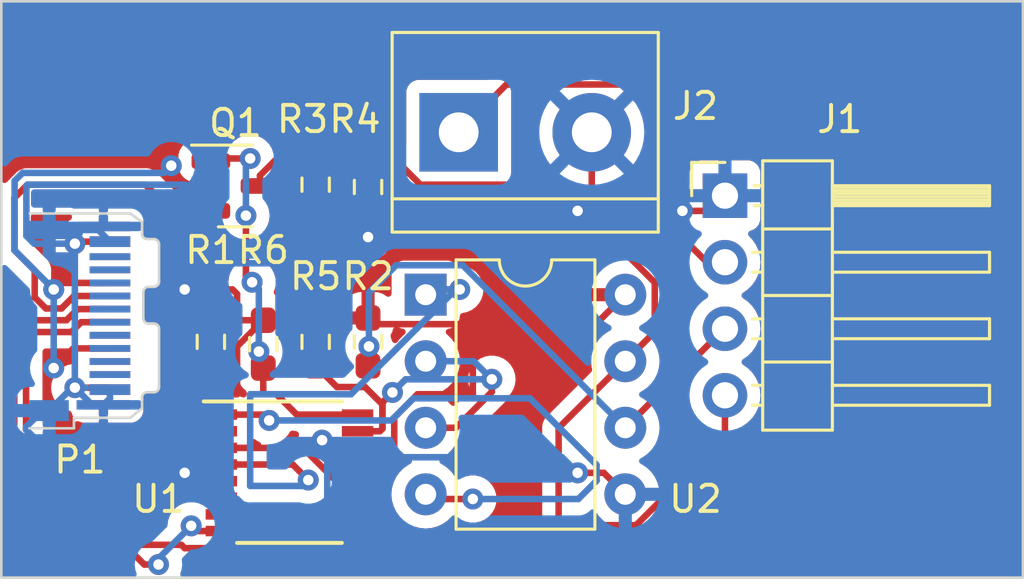
<source format=kicad_pcb>
(kicad_pcb (version 20221018) (generator pcbnew)
  (layers (0 "F.Cu" signal) (31 "B.Cu" signal) (34 "B.Paste" user) (35 "F.Paste" user) (36 "B.SilkS" user "B.Silkscreen") (37 "F.SilkS" user "F.Silkscreen") (38 "B.Mask" user) (39 "F.Mask" user) (44 "Edge.Cuts" user))
  (net 0 "")
  (net 1 "Net-(J1-Pin_2)")
  (net 2 "GND")
  (net 3 "Net-(P1-CC)")
  (net 4 "Net-(J1-Pin_3)")
  (net 5 "VCC")
  (net 6 "Net-(J1-Pin_4)")
  (net 7 "Net-(Q1-D)")
  (net 8 "Net-(U1-CBUS0)")
  (net 9 "/~{EN_4PIN}")
  (net 10 "Net-(U1-TXD)")
  (net 12 "Net-(U1-RXD)")
  (net 14 "/LED_RX")
  (net 15 "Net-(P1-D+)")
  (net 16 "Net-(P1-D-)")
  (net 19 "/LED_TX")
  (footprint "TerminalBlock:TerminalBlock_bornier-2_P5.08mm" (layer "F.Cu") (at 123.46 70)
    (fp_text reference "J2" (at 9.04 -1) (layer "F.SilkS"))
    (fp_text value "Screw_Terminal_01x02")
    (fp_line (start -2.54 -3.81) (end -2.54 3.81) (stroke (width 0.12)) (layer "F.SilkS"))
    (fp_line (start -2.54 3.81) (end 7.62 3.81) (stroke (width 0.12)) (layer "F.SilkS"))
    (fp_line (start 7.62 -3.81) (end -2.54 -3.81) (stroke (width 0.12)) (layer "F.SilkS"))
    (fp_line (start 7.62 2.54) (end -2.54 2.54) (stroke (width 0.12)) (layer "F.SilkS"))
    (fp_line (start 7.62 3.81) (end 7.62 -3.81) (stroke (width 0.12)) (layer "F.SilkS"))
    (pad "1" thru_hole rect (at 0 0) (size 3 3) (drill 1.52) (layers "*.Cu" "*.Mask") (net 1 "Net-(J1-Pin_2)"))
    (pad "2" thru_hole circle (at 5.08 0) (size 3 3) (drill 1.52) (layers "*.Cu" "*.Mask") (net 2 "GND"))
  )
  (footprint "Connector_PinHeader_2.54mm:PinHeader_1x04_P2.54mm_Horizontal" (layer "F.Cu") (at 133.625 72.42)
    (fp_text reference "J1" (at 4.385 -2.92) (layer "F.SilkS"))
    (fp_text value "Conn_01x04_Pin")
    (fp_line (start -1.27 -1.27) (end 0 -1.27) (stroke (width 0.12)) (layer "F.SilkS"))
    (fp_line (start -1.27 0) (end -1.27 -1.27) (stroke (width 0.12)) (layer "F.SilkS"))
    (fp_line (start 1.042929 2.16) (end 1.44 2.16) (stroke (width 0.12)) (layer "F.SilkS"))
    (fp_line (start 1.042929 2.92) (end 1.44 2.92) (stroke (width 0.12)) (layer "F.SilkS"))
    (fp_line (start 1.042929 4.7) (end 1.44 4.7) (stroke (width 0.12)) (layer "F.SilkS"))
    (fp_line (start 1.042929 5.46) (end 1.44 5.46) (stroke (width 0.12)) (layer "F.SilkS"))
    (fp_line (start 1.042929 7.24) (end 1.44 7.24) (stroke (width 0.12)) (layer "F.SilkS"))
    (fp_line (start 1.042929 8) (end 1.44 8) (stroke (width 0.12)) (layer "F.SilkS"))
    (fp_line (start 1.11 -0.38) (end 1.44 -0.38) (stroke (width 0.12)) (layer "F.SilkS"))
    (fp_line (start 1.11 0.38) (end 1.44 0.38) (stroke (width 0.12)) (layer "F.SilkS"))
    (fp_line (start 1.44 -1.33) (end 1.44 8.95) (stroke (width 0.12)) (layer "F.SilkS"))
    (fp_line (start 1.44 1.27) (end 4.1 1.27) (stroke (width 0.12)) (layer "F.SilkS"))
    (fp_line (start 1.44 3.81) (end 4.1 3.81) (stroke (width 0.12)) (layer "F.SilkS"))
    (fp_line (start 1.44 6.35) (end 4.1 6.35) (stroke (width 0.12)) (layer "F.SilkS"))
    (fp_line (start 1.44 8.95) (end 4.1 8.95) (stroke (width 0.12)) (layer "F.SilkS"))
    (fp_line (start 4.1 -1.33) (end 1.44 -1.33) (stroke (width 0.12)) (layer "F.SilkS"))
    (fp_line (start 4.1 -0.38) (end 10.1 -0.38) (stroke (width 0.12)) (layer "F.SilkS"))
    (fp_line (start 4.1 -0.32) (end 10.1 -0.32) (stroke (width 0.12)) (layer "F.SilkS"))
    (fp_line (start 4.1 -0.2) (end 10.1 -0.2) (stroke (width 0.12)) (layer "F.SilkS"))
    (fp_line (start 4.1 -0.08) (end 10.1 -0.08) (stroke (width 0.12)) (layer "F.SilkS"))
    (fp_line (start 4.1 0.04) (end 10.1 0.04) (stroke (width 0.12)) (layer "F.SilkS"))
    (fp_line (start 4.1 0.16) (end 10.1 0.16) (stroke (width 0.12)) (layer "F.SilkS"))
    (fp_line (start 4.1 0.28) (end 10.1 0.28) (stroke (width 0.12)) (layer "F.SilkS"))
    (fp_line (start 4.1 2.16) (end 10.1 2.16) (stroke (width 0.12)) (layer "F.SilkS"))
    (fp_line (start 4.1 4.7) (end 10.1 4.7) (stroke (width 0.12)) (layer "F.SilkS"))
    (fp_line (start 4.1 7.24) (end 10.1 7.24) (stroke (width 0.12)) (layer "F.SilkS"))
    (fp_line (start 4.1 8.95) (end 4.1 -1.33) (stroke (width 0.12)) (layer "F.SilkS"))
    (fp_line (start 10.1 -0.38) (end 10.1 0.38) (stroke (width 0.12)) (layer "F.SilkS"))
    (fp_line (start 10.1 0.38) (end 4.1 0.38) (stroke (width 0.12)) (layer "F.SilkS"))
    (fp_line (start 10.1 2.16) (end 10.1 2.92) (stroke (width 0.12)) (layer "F.SilkS"))
    (fp_line (start 10.1 2.92) (end 4.1 2.92) (stroke (width 0.12)) (layer "F.SilkS"))
    (fp_line (start 10.1 4.7) (end 10.1 5.46) (stroke (width 0.12)) (layer "F.SilkS"))
    (fp_line (start 10.1 5.46) (end 4.1 5.46) (stroke (width 0.12)) (layer "F.SilkS"))
    (fp_line (start 10.1 7.24) (end 10.1 8) (stroke (width 0.12)) (layer "F.SilkS"))
    (fp_line (start 10.1 8) (end 4.1 8) (stroke (width 0.12)) (layer "F.SilkS"))
    (pad "1" thru_hole rect (at 0 0) (size 1.7 1.7) (drill 1) (layers "*.Cu" "*.Mask") (net 2 "GND"))
    (pad "2" thru_hole oval (at 0 2.54) (size 1.7 1.7) (drill 1) (layers "*.Cu" "*.Mask") (net 1 "Net-(J1-Pin_2)"))
    (pad "3" thru_hole oval (at 0 5.08) (size 1.7 1.7) (drill 1) (layers "*.Cu" "*.Mask") (net 4 "Net-(J1-Pin_3)"))
    (pad "4" thru_hole oval (at 0 7.62) (size 1.7 1.7) (drill 1) (layers "*.Cu" "*.Mask") (net 6 "Net-(J1-Pin_4)"))
  )
  (footprint "Resistor_SMD:R_0603_1608Metric_Pad0.98x0.95mm_HandSolder" (layer "F.Cu") (at 120 72.0875 90)
    (fp_text reference "R4" (at 2.5875 -0.5 180) (layer "F.SilkS"))
    (fp_text value "5.1k")
    (fp_line (start -0.254724 -0.5225) (end 0.254724 -0.5225) (stroke (width 0.12)) (layer "F.SilkS"))
    (fp_line (start -0.254724 0.5225) (end 0.254724 0.5225) (stroke (width 0.12)) (layer "F.SilkS"))
    (pad "1" smd roundrect (at -0.9125 0 90) (size 0.975 0.95) (layers "F.Cu" "F.Paste" "F.Mask") (net 2 "GND"))
    (pad "2" smd roundrect (at 0.9125 0 90) (size 0.975 0.95) (layers "F.Cu" "F.Paste" "F.Mask") (net 6 "Net-(J1-Pin_4)"))
  )
  (footprint "Connector_USB:USB_C_Plug_JAE_DX07P024AJ1" (layer "F.Cu") (at 109 77 90)
    (fp_text reference "P1" (at -5.5 0 180) (layer "F.SilkS"))
    (fp_text value "USB_C_Plug_USB2.0")
    (fp_line (start -4.3 -1.93) (end -4.3 -0.2275) (stroke (width 0.1)) (layer "Edge.Cuts"))
    (fp_line (start -4.3 -0.2275) (end -3.9 -0.2275) (stroke (width 0.1)) (layer "Edge.Cuts"))
    (fp_line (start -3.9 1.9225) (end -3.9 -0.2275) (stroke (width 0.1)) (layer "Edge.Cuts"))
    (fp_line (start -3.53 2.3725) (end -3.9 1.9225) (stroke (width 0.1)) (layer "Edge.Cuts"))
    (fp_line (start -3.125 2.3725) (end -3.53 2.3725) (stroke (width 0.1)) (layer "Edge.Cuts"))
    (fp_line (start -2.925 2.8225) (end -2.925 2.5725) (stroke (width 0.1)) (layer "Edge.Cuts"))
    (fp_line (start -0.5 3.0225) (end -2.725 3.0225) (stroke (width 0.1)) (layer "Edge.Cuts"))
    (fp_line (start -0.3 2.6225) (end -0.3 2.8225) (stroke (width 0.1)) (layer "Edge.Cuts"))
    (fp_line (start -0.1 2.4225) (end 0.9 2.4225) (stroke (width 0.1)) (layer "Edge.Cuts"))
    (fp_line (start 1.1 2.8225) (end 1.1 2.6225) (stroke (width 0.1)) (layer "Edge.Cuts"))
    (fp_line (start 1.3 3.0225) (end 2.725 3.0225) (stroke (width 0.1)) (layer "Edge.Cuts"))
    (fp_line (start 2.925 2.8225) (end 2.925 2.5725) (stroke (width 0.1)) (layer "Edge.Cuts"))
    (fp_line (start 3.125 2.3725) (end 3.575 2.3725) (stroke (width 0.1)) (layer "Edge.Cuts"))
    (fp_line (start 3.575 2.3725) (end 3.9 1.9225) (stroke (width 0.1)) (layer "Edge.Cuts"))
    (fp_line (start 3.9 1.9225) (end 3.9 -1.9175) (stroke (width 0.1)) (layer "Edge.Cuts"))
    (fp_arc (start -3.125 2.3725) (mid -2.983579 2.431079) (end -2.925 2.5725) (stroke (width 0.1)) (layer "Edge.Cuts"))
    (fp_arc (start -2.725 3.0225) (mid -2.866421 2.963921) (end -2.925 2.8225) (stroke (width 0.1)) (layer "Edge.Cuts"))
    (fp_arc (start -0.3 2.6225) (mid -0.241421 2.481079) (end -0.1 2.4225) (stroke (width 0.1)) (layer "Edge.Cuts"))
    (fp_arc (start -0.3 2.8225) (mid -0.358579 2.963921) (end -0.5 3.0225) (stroke (width 0.1)) (layer "Edge.Cuts"))
    (fp_arc (start 0.9 2.4225) (mid 1.041421 2.481079) (end 1.1 2.6225) (stroke (width 0.1)) (layer "Edge.Cuts"))
    (fp_arc (start 1.3 3.0225) (mid 1.158579 2.963921) (end 1.1 2.8225) (stroke (width 0.1)) (layer "Edge.Cuts"))
    (fp_arc (start 2.925 2.5725) (mid 2.983579 2.431079) (end 3.125 2.3725) (stroke (width 0.1)) (layer "Edge.Cuts"))
    (fp_arc (start 2.925 2.8225) (mid 2.866421 2.963921) (end 2.725 3.0225) (stroke (width 0.1)) (layer "Edge.Cuts"))
    (pad "" smd rect (at -3.405 1.0475 90) (size 0.36 1.75) (layers "F.Cu" "F.Mask"))
    (pad "" smd rect (at 3.405 1.0475 90) (size 0.36 1.75) (layers "F.Cu" "F.Mask"))
    (pad "A1" smd rect (at 2.825 1.1475 90) (size 0.41 1.55) (layers "F.Cu" "F.Paste" "F.Mask") (net 2 "GND"))
    (pad "A2" smd rect (at 2.25 1.1475 90) (size 0.26 1.55) (layers "F.Cu" "F.Paste" "F.Mask"))
    (pad "A3" smd rect (at 1.75 1.1475 90) (size 0.26 1.55) (layers "F.Cu" "F.Paste" "F.Mask"))
    (pad "A4" smd rect (at 1.25 1.1475 90) (size 0.26 1.55) (layers "F.Cu" "F.Paste" "F.Mask") (net 5 "VCC"))
    (pad "A5" smd rect (at 0.75 1.1475 90) (size 0.26 1.55) (layers "F.Cu" "F.Paste" "F.Mask") (net 3 "Net-(P1-CC)"))
    (pad "A6" smd rect (at 0.25 1.1475 270) (size 0.26 1.55) (layers "F.Cu" "F.Paste" "F.Mask") (net 15 "Net-(P1-D+)"))
    (pad "A7" smd rect (at -0.25 1.1475 270) (size 0.26 1.55) (layers "F.Cu" "F.Paste" "F.Mask") (net 16 "Net-(P1-D-)"))
    (pad "A8" smd rect (at -0.75 1.1475 90) (size 0.26 1.55) (layers "F.Cu" "F.Paste" "F.Mask"))
    (pad "A9" smd rect (at -1.25 1.1475 90) (size 0.26 1.55) (layers "F.Cu" "F.Paste" "F.Mask") (net 5 "VCC"))
    (pad "A10" smd rect (at -1.75 1.1475 90) (size 0.26 1.55) (layers "F.Cu" "F.Paste" "F.Mask"))
    (pad "A11" smd rect (at -2.25 1.1475 90) (size 0.26 1.55) (layers "F.Cu" "F.Paste" "F.Mask"))
    (pad "A12" smd rect (at -2.825 1.1475 90) (size 0.41 1.55) (layers "F.Cu" "F.Paste" "F.Mask") (net 2 "GND"))
    (pad "B1" smd rect (at -2.825 1.1475 90) (size 0.41 1.55) (layers "B.Cu" "B.Paste" "B.Mask") (net 2 "GND"))
    (pad "B2" smd rect (at -2.25 1.1475 90) (size 0.26 1.55) (layers "B.Cu" "B.Paste" "B.Mask"))
    (pad "B3" smd rect (at -1.75 1.1475 90) (size 0.26 1.55) (layers "B.Cu" "B.Paste" "B.Mask"))
    (pad "B4" smd rect (at -1.25 1.1475 90) (size 0.26 1.55) (layers "B.Cu" "B.Paste" "B.Mask") (net 5 "VCC"))
    (pad "B5" smd rect (at -0.75 1.1475 90) (size 0.26 1.55) (layers "B.Cu" "B.Paste" "B.Mask"))
    (pad "B6" smd rect (at -0.25 1.1475 270) (size 0.26 1.55) (layers "B.Cu" "B.Paste" "B.Mask"))
    (pad "B7" smd rect (at 0.25 1.1475 90) (size 0.26 1.55) (layers "B.Cu" "B.Paste" "B.Mask"))
    (pad "B8" smd rect (at 0.75 1.1475 90) (size 0.26 1.55) (layers "B.Cu" "B.Paste" "B.Mask"))
    (pad "B9" smd rect (at 1.25 1.1475 90) (size 0.26 1.55) (layers "B.Cu" "B.Paste" "B.Mask") (net 5 "VCC"))
    (pad "B10" smd rect (at 1.75 1.1475 90) (size 0.26 1.55) (layers "B.Cu" "B.Paste" "B.Mask"))
    (pad "B11" smd rect (at 2.25 1.1475 90) (size 0.26 1.55) (layers "B.Cu" "B.Paste" "B.Mask"))
    (pad "B12" smd rect (at 2.825 1.1475 90) (size 0.41 1.55) (layers "B.Cu" "B.Paste" "B.Mask") (net 2 "GND"))
    (pad "S1" smd rect (at -3.625 -1.1725 90) (size 0.8 1.5) (layers "B.Cu" "B.Paste" "B.Mask") (net 2 "GND"))
    (pad "S1" smd rect (at -3.405 0.8975 90) (size 0.36 2.05) (layers "B.Cu" "B.Paste" "B.Mask") (net 2 "GND"))
    (pad "S1" smd rect (at 3.27 -1.1725 270) (size 0.7 1.5) (layers "B.Cu" "B.Paste" "B.Mask") (net 2 "GND"))
    (pad "S1" smd rect (at 3.405 0.8975 90) (size 0.36 2.05) (layers "B.Cu" "B.Paste" "B.Mask") (net 2 "GND"))
  )
  (footprint "Resistor_SMD:R_0603_1608Metric_Pad0.98x0.95mm_HandSolder" (layer "F.Cu") (at 116 78.0875 90)
    (fp_text reference "R6" (at 3.5875 0 180) (layer "F.SilkS"))
    (fp_text value "5.1k")
    (fp_line (start -0.254724 -0.5225) (end 0.254724 -0.5225) (stroke (width 0.12)) (layer "F.SilkS"))
    (fp_line (start -0.254724 0.5225) (end 0.254724 0.5225) (stroke (width 0.12)) (layer "F.SilkS"))
    (pad "1" smd roundrect (at -0.9125 0 90) (size 0.975 0.95) (layers "F.Cu" "F.Paste" "F.Mask") (net 9 "/~{EN_4PIN}"))
    (pad "2" smd roundrect (at 0.9125 0 90) (size 0.975 0.95) (layers "F.Cu" "F.Paste" "F.Mask") (net 5 "VCC"))
  )
  (footprint "Package_SO:SSOP-16_3.9x4.9mm_P0.635mm" (layer "F.Cu") (at 117 83)
    (fp_text reference "U1" (at -5 1) (layer "F.SilkS"))
    (fp_text value "FT230XS")
    (fp_line (start -3.275 -2.725) (end 2 -2.725) (stroke (width 0.15)) (layer "F.SilkS"))
    (fp_line (start -2 2.675) (end 2 2.675) (stroke (width 0.15)) (layer "F.SilkS"))
    (pad "1" smd rect (at -2.6 -2.2225) (size 1.2 0.4) (layers "F.Cu" "F.Paste" "F.Mask") (net 10 "Net-(U1-TXD)"))
    (pad "2" smd rect (at -2.6 -1.5875) (size 1.2 0.4) (layers "F.Cu" "F.Paste" "F.Mask"))
    (pad "3" smd rect (at -2.6 -0.9525) (size 1.2 0.4) (layers "F.Cu" "F.Paste" "F.Mask") (net 5 "VCC"))
    (pad "4" smd rect (at -2.6 -0.3175) (size 1.2 0.4) (layers "F.Cu" "F.Paste" "F.Mask") (net 12 "Net-(U1-RXD)"))
    (pad "5" smd rect (at -2.6 0.3175) (size 1.2 0.4) (layers "F.Cu" "F.Paste" "F.Mask") (net 2 "GND"))
    (pad "6" smd rect (at -2.6 0.9525) (size 1.2 0.4) (layers "F.Cu" "F.Paste" "F.Mask"))
    (pad "7" smd rect (at -2.6 1.5875) (size 1.2 0.4) (layers "F.Cu" "F.Paste" "F.Mask") (net 14 "/LED_RX"))
    (pad "8" smd rect (at -2.6 2.2225) (size 1.2 0.4) (layers "F.Cu" "F.Paste" "F.Mask") (net 15 "Net-(P1-D+)"))
    (pad "9" smd rect (at 2.6 2.2225) (size 1.2 0.4) (layers "F.Cu" "F.Paste" "F.Mask") (net 16 "Net-(P1-D-)"))
    (pad "10" smd rect (at 2.6 1.5875) (size 1.2 0.4) (layers "F.Cu" "F.Paste" "F.Mask"))
    (pad "11" smd rect (at 2.6 0.9525) (size 1.2 0.4) (layers "F.Cu" "F.Paste" "F.Mask"))
    (pad "12" smd rect (at 2.6 0.3175) (size 1.2 0.4) (layers "F.Cu" "F.Paste" "F.Mask") (net 5 "VCC"))
    (pad "13" smd rect (at 2.6 -0.3175) (size 1.2 0.4) (layers "F.Cu" "F.Paste" "F.Mask") (net 2 "GND"))
    (pad "14" smd rect (at 2.6 -0.9525) (size 1.2 0.4) (layers "F.Cu" "F.Paste" "F.Mask") (net 19 "/LED_TX"))
    (pad "15" smd rect (at 2.6 -1.5875) (size 1.2 0.4) (layers "F.Cu" "F.Paste" "F.Mask") (net 8 "Net-(U1-CBUS0)"))
    (pad "16" smd rect (at 2.6 -2.2225) (size 1.2 0.4) (layers "F.Cu" "F.Paste" "F.Mask") (net 9 "/~{EN_4PIN}"))
  )
  (footprint "Package_TO_SOT_SMD:SOT-23" (layer "F.Cu") (at 114.9375 72.05)
    (fp_text reference "Q1" (at 0 -2.4) (layer "F.SilkS"))
    (fp_text value "BSS84")
    (fp_line (start 0 -1.56) (end -1.675 -1.56) (stroke (width 0.12)) (layer "F.SilkS"))
    (fp_line (start 0 -1.56) (end 0.65 -1.56) (stroke (width 0.12)) (layer "F.SilkS"))
    (fp_line (start 0 1.56) (end -0.65 1.56) (stroke (width 0.12)) (layer "F.SilkS"))
    (fp_line (start 0 1.56) (end 0.65 1.56) (stroke (width 0.12)) (layer "F.SilkS"))
    (pad "1" smd roundrect (at -0.9375 -0.95) (size 1.475 0.6) (layers "F.Cu" "F.Paste" "F.Mask") (net 9 "/~{EN_4PIN}"))
    (pad "2" smd roundrect (at -0.9375 0.95) (size 1.475 0.6) (layers "F.Cu" "F.Paste" "F.Mask") (net 5 "VCC"))
    (pad "3" smd roundrect (at 0.9375 0) (size 1.475 0.6) (layers "F.Cu" "F.Paste" "F.Mask") (net 7 "Net-(Q1-D)"))
  )
  (footprint "Package_DIP:DIP-8_W7.62mm" (layer "F.Cu") (at 122.2 76.2)
    (fp_text reference "U2" (at 10.3 7.8) (layer "F.SilkS"))
    (fp_text value "LT1785AxN8")
    (fp_line (start 1.16 -1.33) (end 1.16 8.95) (stroke (width 0.12)) (layer "F.SilkS"))
    (fp_line (start 1.16 8.95) (end 6.46 8.95) (stroke (width 0.12)) (layer "F.SilkS"))
    (fp_line (start 2.81 -1.33) (end 1.16 -1.33) (stroke (width 0.12)) (layer "F.SilkS"))
    (fp_line (start 6.46 -1.33) (end 4.81 -1.33) (stroke (width 0.12)) (layer "F.SilkS"))
    (fp_line (start 6.46 8.95) (end 6.46 -1.33) (stroke (width 0.12)) (layer "F.SilkS"))
    (fp_arc (start 4.81 -1.33) (mid 3.81 -0.33) (end 2.81 -1.33) (stroke (width 0.12)) (layer "F.SilkS"))
    (pad "1" thru_hole rect (at 0 0) (size 1.6 1.6) (drill 0.8) (layers "*.Cu" "*.Mask") (net 12 "Net-(U1-RXD)"))
    (pad "2" thru_hole oval (at 0 2.54) (size 1.6 1.6) (drill 0.8) (layers "*.Cu" "*.Mask") (net 8 "Net-(U1-CBUS0)"))
    (pad "3" thru_hole oval (at 0 5.08) (size 1.6 1.6) (drill 0.8) (layers "*.Cu" "*.Mask") (net 8 "Net-(U1-CBUS0)"))
    (pad "4" thru_hole oval (at 0 7.62) (size 1.6 1.6) (drill 0.8) (layers "*.Cu" "*.Mask") (net 10 "Net-(U1-TXD)"))
    (pad "5" thru_hole oval (at 7.62 7.62) (size 1.6 1.6) (drill 0.8) (layers "*.Cu" "*.Mask") (net 2 "GND"))
    (pad "6" thru_hole oval (at 7.62 5.08) (size 1.6 1.6) (drill 0.8) (layers "*.Cu" "*.Mask") (net 4 "Net-(J1-Pin_3)"))
    (pad "7" thru_hole oval (at 7.62 2.54) (size 1.6 1.6) (drill 0.8) (layers "*.Cu" "*.Mask") (net 6 "Net-(J1-Pin_4)"))
    (pad "8" thru_hole oval (at 7.62 0) (size 1.6 1.6) (drill 0.8) (layers "*.Cu" "*.Mask") (net 5 "VCC"))
  )
  (footprint "Resistor_SMD:R_0603_1608Metric_Pad0.98x0.95mm_HandSolder" (layer "F.Cu") (at 120 78 90)
    (fp_text reference "R2" (at 2.5 0 180) (layer "F.SilkS"))
    (fp_text value "5.1k")
    (fp_line (start -0.254724 -0.5225) (end 0.254724 -0.5225) (stroke (width 0.12)) (layer "F.SilkS"))
    (fp_line (start -0.254724 0.5225) (end 0.254724 0.5225) (stroke (width 0.12)) (layer "F.SilkS"))
    (pad "1" smd roundrect (at -0.9125 0 90) (size 0.975 0.95) (layers "F.Cu" "F.Paste" "F.Mask") (net 4 "Net-(J1-Pin_3)"))
    (pad "2" smd roundrect (at 0.9125 0 90) (size 0.975 0.95) (layers "F.Cu" "F.Paste" "F.Mask") (net 5 "VCC"))
  )
  (footprint "Resistor_SMD:R_0603_1608Metric_Pad0.98x0.95mm_HandSolder" (layer "F.Cu") (at 118 72 90)
    (fp_text reference "R3" (at 2.5 -0.5 180) (layer "F.SilkS"))
    (fp_text value "5.1k")
    (fp_line (start -0.254724 -0.5225) (end 0.254724 -0.5225) (stroke (width 0.12)) (layer "F.SilkS"))
    (fp_line (start -0.254724 0.5225) (end 0.254724 0.5225) (stroke (width 0.12)) (layer "F.SilkS"))
    (pad "1" smd roundrect (at -0.9125 0 90) (size 0.975 0.95) (layers "F.Cu" "F.Paste" "F.Mask") (net 6 "Net-(J1-Pin_4)"))
    (pad "2" smd roundrect (at 0.9125 0 90) (size 0.975 0.95) (layers "F.Cu" "F.Paste" "F.Mask") (net 7 "Net-(Q1-D)"))
  )
  (footprint "Resistor_SMD:R_0603_1608Metric_Pad0.98x0.95mm_HandSolder" (layer "F.Cu") (at 118 78 90)
    (fp_text reference "R5" (at 2.5 0 180) (layer "F.SilkS"))
    (fp_text value "5.1k")
    (fp_line (start -0.254724 -0.5225) (end 0.254724 -0.5225) (stroke (width 0.12)) (layer "F.SilkS"))
    (fp_line (start -0.254724 0.5225) (end 0.254724 0.5225) (stroke (width 0.12)) (layer "F.SilkS"))
    (pad "1" smd roundrect (at -0.9125 0 90) (size 0.975 0.95) (layers "F.Cu" "F.Paste" "F.Mask") (net 8 "Net-(U1-CBUS0)"))
    (pad "2" smd roundrect (at 0.9125 0 90) (size 0.975 0.95) (layers "F.Cu" "F.Paste" "F.Mask") (net 5 "VCC"))
  )
  (footprint "Resistor_SMD:R_0603_1608Metric_Pad0.98x0.95mm_HandSolder" (layer "F.Cu") (at 114 78 90)
    (fp_text reference "R1" (at 3.5 0 180) (layer "F.SilkS"))
    (fp_text value "5.1k")
    (fp_line (start -0.254724 -0.5225) (end 0.254724 -0.5225) (stroke (width 0.12)) (layer "F.SilkS"))
    (fp_line (start -0.254724 0.5225) (end 0.254724 0.5225) (stroke (width 0.12)) (layer "F.SilkS"))
    (pad "1" smd roundrect (at -0.9125 0 90) (size 0.975 0.95) (layers "F.Cu" "F.Paste" "F.Mask") (net 3 "Net-(P1-CC)"))
    (pad "2" smd roundrect (at 0.9125 0 90) (size 0.975 0.95) (layers "F.Cu" "F.Paste" "F.Mask") (net 2 "GND"))
  )
  (gr_rect (start 106 65) (end 145 87) (stroke (width 0.1)) (fill none) (layer "Edge.Cuts"))
  (segment (start 132.934695 74.96) (end 133.625 74.96) (width 0.25) (layer "F.Cu") (net 1))
  (segment (start 123.46 70) (end 125.285 68.175) (width 0.25) (layer "F.Cu") (net 1))
  (segment (start 131.275 69.775) (end 131.275 73.300305) (width 0.25) (layer "F.Cu") (net 1))
  (segment (start 125.285 68.175) (end 129.675 68.175) (width 0.25) (layer "F.Cu") (net 1))
  (segment (start 131.275 73.300305) (end 132.934695 74.96) (width 0.25) (layer "F.Cu") (net 1))
  (segment (start 129.675 68.175) (end 131.275 69.775) (width 0.25) (layer "F.Cu") (net 1))
  (segment (start 113.3175 83.3175) (end 114.4 83.3175) (width 0.25) (layer "F.Cu") (net 2))
  (segment (start 108.883605 74.175) (end 108.80744 74.251165) (width 0.25) (layer "F.Cu") (net 2))
  (segment (start 120 74) (end 120 73) (width 0.25) (layer "F.Cu") (net 2))
  (segment (start 133.045 73) (end 133.625 72.42) (width 0.25) (layer "F.Cu") (net 2))
  (segment (start 110.1475 74.175) (end 108.883605 74.175) (width 0.25) (layer "F.Cu") (net 2))
  (segment (start 118.786396 82.6825) (end 118.051948 81.948052) (width 0.25) (layer "F.Cu") (net 2))
  (segment (start 114 77) (end 113 76) (width 0.25) (layer "F.Cu") (net 2))
  (segment (start 128.54 72.46) (end 128.54 70) (width 0.25) (layer "F.Cu") (net 2))
  (segment (start 129 83) (end 129.82 83.82) (width 0.25) (layer "F.Cu") (net 2))
  (segment (start 128 73) (end 128.54 72.46) (width 0.25) (layer "F.Cu") (net 2))
  (segment (start 113 83) (end 113.3175 83.3175) (width 0.25) (layer "F.Cu") (net 2))
  (segment (start 132 73) (end 133.045 73) (width 0.25) (layer "F.Cu") (net 2))
  (segment (start 118.051948 81.948052) (end 118.246403 81.753597) (width 0.25) (layer "F.Cu") (net 2))
  (segment (start 119.6 82.6825) (end 118.786396 82.6825) (width 0.25) (layer "F.Cu") (net 2))
  (segment (start 108.80744 79.748835) (end 110.071335 79.748835) (width 0.25) (layer "F.Cu") (net 2))
  (segment (start 128 83) (end 129 83) (width 0.25) (layer "F.Cu") (net 2))
  (segment (start 114 77.0875) (end 114 77) (width 0.25) (layer "F.Cu") (net 2))
  (segment (start 110.071335 79.748835) (end 110.1475 79.825) (width 0.25) (layer "F.Cu") (net 2))
  (via (at 108.80744 74.251165) (size 0.8) (drill 0.4) (layers "F.Cu" "B.Cu") (net 2))
  (via (at 128 83) (size 0.8) (drill 0.4) (layers "F.Cu" "B.Cu") (net 2))
  (via (at 113 76) (size 0.8) (drill 0.4) (layers "F.Cu" "B.Cu") (net 2))
  (via (at 118.246403 81.753597) (size 0.8) (drill 0.4) (layers "F.Cu" "B.Cu") (net 2))
  (via (at 132 73) (size 0.8) (drill 0.4) (layers "F.Cu" "B.Cu") (net 2))
  (via (at 128 73) (size 0.8) (drill 0.4) (layers "F.Cu" "B.Cu") (net 2))
  (via (at 113 83) (size 0.8) (drill 0.4) (layers "F.Cu" "B.Cu") (net 2))
  (via (at 108.80744 79.748835) (size 0.8) (drill 0.4) (layers "F.Cu" "B.Cu") (net 2))
  (via (at 120 74) (size 0.8) (drill 0.4) (layers "F.Cu" "B.Cu") (net 2))
  (segment (start 127 74) (end 128 73) (width 0.25) (layer "B.Cu") (net 2))
  (segment (start 106.9575 73.9575) (end 106.9575 72.0425) (width 0.25) (layer "B.Cu") (net 2))
  (segment (start 107 72) (end 113 72) (width 0.25) (layer "B.Cu") (net 2))
  (segment (start 108.80744 74.251165) (end 108.80744 79.748835) (width 0.25) (layer "B.Cu") (net 2))
  (segment (start 114 73) (end 114 75) (width 0.25) (layer "B.Cu") (net 2))
  (segment (start 107.8275 80.625) (end 107.568223 80.625) (width 0.25) (layer "B.Cu") (net 2))
  (segment (start 107.568223 80.625) (end 106.945 81.248223) (width 0.25) (layer "B.Cu") (net 2))
  (segment (start 115.5 84.5) (end 118 84.5) (width 0.25) (layer "B.Cu") (net 2))
  (segment (start 106.945 81.248223) (end 106.945 81.351777) (width 0.25) (layer "B.Cu") (net 2))
  (segment (start 107.251165 74.251165) (end 106.9575 73.9575) (width 0.25) (layer "B.Cu") (net 2))
  (segment (start 108.703665 79.748835) (end 107.8275 80.625) (width 0.25) (layer "B.Cu") (net 2))
  (segment (start 113 72) (end 114 73) (width 0.25) (layer "B.Cu") (net 2))
  (segment (start 109.7025 73.73) (end 110.1475 74.175) (width 0.25) (layer "B.Cu") (net 2))
  (segment (start 118.897806 82.405) (end 127.405 82.405) (width 0.25) (layer "B.Cu") (net 2))
  (segment (start 109.463605 80.405) (end 108.80744 79.748835) (width 0.25) (layer "B.Cu") (net 2))
  (segment (start 108.80744 74.251165) (end 107.251165 74.251165) (width 0.25) (layer "B.Cu") (net 2))
  (segment (start 127.405 82.405) (end 128 83) (width 0.25) (layer "B.Cu") (net 2))
  (segment (start 108.80744 79.748835) (end 108.703665 79.748835) (width 0.25) (layer "B.Cu") (net 2))
  (segment (start 109.8975 80.405) (end 109.463605 80.405) (width 0.25) (layer "B.Cu") (net 2))
  (segment (start 114 75) (end 119 75) (width 0.25) (layer "B.Cu") (net 2))
  (segment (start 120 74) (end 127 74) (width 0.25) (layer "B.Cu") (net 2))
  (segment (start 128 73) (end 132 73) (width 0.25) (layer "B.Cu") (net 2))
  (segment (start 106.9575 72.0425) (end 107 72) (width 0.25) (layer "B.Cu") (net 2))
  (segment (start 113 84) (end 115 84) (width 0.25) (layer "B.Cu") (net 2))
  (segment (start 118 84.5) (end 118.443098 84.056902) (width 0.25) (layer "B.Cu") (net 2))
  (segment (start 106.945 81.351777) (end 108.593223 83) (width 0.25) (layer "B.Cu") (net 2))
  (segment (start 108.80744 79.748835) (end 109.241335 79.748835) (width 0.25) (layer "B.Cu") (net 2))
  (segment (start 110.1475 79.825) (end 110.1475 80.155) (width 0.25) (layer "B.Cu") (net 2))
  (segment (start 115 84) (end 115.5 84.5) (width 0.25) (layer "B.Cu") (net 2))
  (segment (start 118.897806 82.405) (end 118.246403 81.753597) (width 0.25) (layer "B.Cu") (net 2))
  (segment (start 114 75) (end 113 76) (width 0.25) (layer "B.Cu") (net 2))
  (segment (start 118.443098 81.950292) (end 118.246403 81.753597) (width 0.25) (layer "B.Cu") (net 2))
  (segment (start 113 83) (end 113 84) (width 0.25) (layer "B.Cu") (net 2))
  (segment (start 107.8275 73.73) (end 109.7025 73.73) (width 0.25) (layer "B.Cu") (net 2))
  (segment (start 118.443098 81.950293) (end 118.400723 81.907917) (width 0.25) (layer "B.Cu") (net 2))
  (segment (start 119 75) (end 120 74) (width 0.25) (layer "B.Cu") (net 2))
  (segment (start 110.1475 80.155) (end 109.8975 80.405) (width 0.25) (layer "B.Cu") (net 2))
  (segment (start 118.443098 84.056902) (end 118.443098 81.950292) (width 0.25) (layer "B.Cu") (net 2))
  (segment (start 108.593223 83) (end 113 83) (width 0.25) (layer "B.Cu") (net 2))
  (segment (start 106.5 72.5) (end 107 72) (width 0.25) (layer "F.Cu") (net 3))
  (segment (start 107 72) (end 111.5 72) (width 0.25) (layer "F.Cu") (net 3))
  (segment (start 107.275 75.275) (end 106.5 74.5) (width 0.25) (layer "F.Cu") (net 3))
  (segment (start 107.275 76.300305) (end 107.275 75.275) (width 0.25) (layer "F.Cu") (net 3))
  (segment (start 111.5 72) (end 112.275 72.775) (width 0.25) (layer "F.Cu") (net 3))
  (segment (start 112.275 77.1875) (end 114 78.9125) (width 0.25) (layer "F.Cu") (net 3))
  (segment (start 108.775305 76.25) (end 108.300305 76.725) (width 0.25) (layer "F.Cu") (net 3))
  (segment (start 108.300305 76.725) (end 107.699695 76.725) (width 0.25) (layer "F.Cu") (net 3))
  (segment (start 112.275 72.775) (end 112.275 77.1875) (width 0.25) (layer "F.Cu") (net 3))
  (segment (start 106.5 74.5) (end 106.5 72.5) (width 0.25) (layer "F.Cu") (net 3))
  (segment (start 107.699695 76.725) (end 107.275 76.300305) (width 0.25) (layer "F.Cu") (net 3))
  (segment (start 110.1475 76.25) (end 108.775305 76.25) (width 0.25) (layer "F.Cu") (net 3))
  (segment (start 120 78.209305) (end 120.034305 78.175) (width 0.25) (layer "F.Cu") (net 4))
  (segment (start 120 78.9125) (end 120 78.209305) (width 0.25) (layer "F.Cu") (net 4))
  (segment (start 120 78.9125) (end 120.097085 78.9125) (width 0.25) (layer "F.Cu") (net 4))
  (segment (start 129.82 81.28) (end 133.6 77.5) (width 0.25) (layer "F.Cu") (net 4))
  (segment (start 133.6 77.5) (end 133.625 77.5) (width 0.25) (layer "F.Cu") (net 4))
  (segment (start 133.625 77.475) (end 133.625 77.28) (width 0.25) (layer "F.Cu") (net 4))
  (via (at 120.034305 78.175) (size 0.8) (drill 0.4) (layers "F.Cu" "B.Cu") (net 4))
  (segment (start 121.075 75.075) (end 123.615 75.075) (width 0.25) (layer "B.Cu") (net 4))
  (segment (start 120.034305 76.115695) (end 121.075 75.075) (width 0.25) (layer "B.Cu") (net 4))
  (segment (start 123.615 75.075) (end 129.82 81.28) (width 0.25) (layer "B.Cu") (net 4))
  (segment (start 120.034305 78.175) (end 120.034305 76.115695) (width 0.25) (layer "B.Cu") (net 4))
  (segment (start 117.9125 77.175) (end 118 77.0875) (width 0.25) (layer "F.Cu") (net 5))
  (segment (start 113 82) (end 113.0475 82.0475) (width 0.25) (layer "F.Cu") (net 5))
  (segment (start 128.695 77.325) (end 129.82 76.2) (width 0.25) (layer "F.Cu") (net 5))
  (segment (start 113 80.7275) (end 113 82) (width 0.25) (layer "F.Cu") (net 5))
  (segment (start 116 77.175) (end 117.9125 77.175) (width 0.25) (layer "F.Cu") (net 5))
  (segment (start 110.1475 78.25) (end 108.75 78.25) (width 0.25) (layer "F.Cu") (net 5))
  (segment (start 121 80.889009) (end 121.889009 80) (width 0.25) (layer "F.Cu") (net 5))
  (segment (start 114 76) (end 114.825 76) (width 0.25) (layer "F.Cu") (net 5))
  (segment (start 110.1475 75.75) (end 108.25 75.75) (width 0.25) (layer "F.Cu") (net 5))
  (segment (start 114.825 76) (end 115 76.175) (width 0.25) (layer "F.Cu") (net 5))
  (segment (start 114.4 82.0475) (end 117.515 82.0475) (width 0.25) (layer "F.Cu") (net 5))
  (segment (start 118 77.0875) (end 120 77.0875) (width 0.25) (layer "F.Cu") (net 5))
  (segment (start 108.25 75.75) (end 108 76) (width 0.25) (layer "F.Cu") (net 5))
  (segment (start 118.785 83.3175) (end 119.6 83.3175) (width 0.25) (layer "F.Cu") (net 5))
  (segment (start 112.487347 71.275) (end 112.487347 71.487347) (width 0.25) (layer "F.Cu") (net 5))
  (segment (start 115.175 77.175) (end 116 77.175) (width 0.25) (layer "F.Cu") (net 5))
  (segment (start 117.515 82.0475) (end 118.785 83.3175) (width 0.25) (layer "F.Cu") (net 5))
  (segment (start 121.889009 80) (end 124 80) (width 0.25) (layer "F.Cu") (net 5))
  (segment (start 113.0475 82.0475) (end 114.4 82.0475) (width 0.25) (layer "F.Cu") (net 5))
  (segment (start 112.487347 71.487347) (end 114 73) (width 0.25) (layer "F.Cu") (net 5))
  (segment (start 120 77.0875) (end 120.2375 77.325) (width 0.25) (layer "F.Cu") (net 5))
  (segment (start 115 77) (end 115.175 77.175) (width 0.25) (layer "F.Cu") (net 5))
  (segment (start 120.2375 77.325) (end 124 77.325) (width 0.25) (layer "F.Cu") (net 5))
  (segment (start 124 80) (end 124 77.325) (width 0.25) (layer "F.Cu") (net 5))
  (segment (start 115 78.175) (end 115 80) (width 0.25) (layer "F.Cu") (net 5))
  (segment (start 115 76.175) (end 115 77) (width 0.25) (layer "F.Cu") (net 5))
  (segment (start 114.024514 72.975486) (end 114 73) (width 0.25) (layer "F.Cu") (net 5))
  (segment (start 114 73) (end 114 76) (width 0.25) (layer "F.Cu") (net 5))
  (segment (start 115 80) (end 113.7275 80) (width 0.25) (layer "F.Cu") (net 5))
  (segment (start 119.6 83.3175) (end 120.6825 83.3175) (width 0.25) (layer "F.Cu") (net 5))
  (segment (start 108.75 78.25) (end 108 79) (width 0.25) (layer "F.Cu") (net 5))
  (segment (start 120.6825 83.3175) (end 121 83) (width 0.25) (layer "F.Cu") (net 5))
  (segment (start 116 77.175) (end 115 78.175) (width 0.25) (layer "F.Cu") (net 5))
  (segment (start 124 77.325) (end 128.695 77.325) (width 0.25) (layer "F.Cu") (net 5))
  (segment (start 113.7275 80) (end 113 80.7275) (width 0.25) (layer "F.Cu") (net 5))
  (segment (start 121 83) (end 121 80.889009) (width 0.25) (layer "F.Cu") (net 5))
  (via (at 108 79) (size 0.8) (drill 0.4) (layers "F.Cu" "B.Cu") (net 5))
  (via (at 112.487347 71.275) (size 0.8) (drill 0.4) (layers "F.Cu" "B.Cu") (net 5))
  (via (at 108 76) (size 0.8) (drill 0.4) (layers "F.Cu" "B.Cu") (net 5))
  (segment (start 106.5075 71.856104) (end 106.813604 71.55) (width 0.25) (layer "B.Cu") (net 5))
  (segment (start 106.5075 74.5075) (end 106.5075 72) (width 0.25) (layer "B.Cu") (net 5))
  (segment (start 112.212347 71.55) (end 112.487347 71.275) (width 0.25) (layer "B.Cu") (net 5))
  (segment (start 108 76) (end 106.5075 74.5075) (width 0.25) (layer "B.Cu") (net 5))
  (segment (start 108 76) (end 108 79) (width 0.25) (layer "B.Cu") (net 5))
  (segment (start 106.5075 72) (end 106.5075 71.856104) (width 0.25) (layer "B.Cu") (net 5))
  (segment (start 106.813604 71.55) (end 112.212347 71.55) (width 0.25) (layer "B.Cu") (net 5))
  (segment (start 133.625 81.605991) (end 133.625 80.04) (width 0.25) (layer "F.Cu") (net 6))
  (segment (start 125.974695 72) (end 127.974695 74) (width 0.25) (layer "F.Cu") (net 6))
  (segment (start 122 72) (end 125.974695 72) (width 0.25) (layer "F.Cu") (net 6))
  (segment (start 127.974695 74) (end 129.210991 74) (width 0.25) (layer "F.Cu") (net 6))
  (segment (start 127.5 85) (end 130.230991 85) (width 0.25) (layer "F.Cu") (net 6))
  (segment (start 130.945 75.734009) (end 130.945 77.615) (width 0.25) (layer "F.Cu") (net 6))
  (segment (start 121.175 71.175) (end 122 72) (width 0.25) (layer "F.Cu") (net 6))
  (segment (start 127.275 84.775) (end 127.5 85) (width 0.25) (layer "F.Cu") (net 6))
  (segment (start 120 71.175) (end 121.175 71.175) (width 0.25) (layer "F.Cu") (net 6))
  (segment (start 118 72.9125) (end 118 72.5) (width 0.25) (layer "F.Cu") (net 6))
  (segment (start 129.210991 74) (end 130.945 75.734009) (width 0.25) (layer "F.Cu") (net 6))
  (segment (start 130.230991 85) (end 133.625 81.605991) (width 0.25) (layer "F.Cu") (net 6))
  (segment (start 118 72.5) (end 119.325 71.175) (width 0.25) (layer "F.Cu") (net 6))
  (segment (start 129.82 78.74) (end 127.275 81.285) (width 0.25) (layer "F.Cu") (net 6))
  (segment (start 119.325 71.175) (end 120 71.175) (width 0.25) (layer "F.Cu") (net 6))
  (segment (start 130.945 77.615) (end 129.82 78.74) (width 0.25) (layer "F.Cu") (net 6))
  (segment (start 127.275 81.285) (end 127.275 84.775) (width 0.25) (layer "F.Cu") (net 6))
  (segment (start 116.437805 71.0875) (end 118 71.0875) (width 0.25) (layer "F.Cu") (net 7))
  (segment (start 115.875 71.650305) (end 116.437805 71.0875) (width 0.25) (layer "F.Cu") (net 7))
  (segment (start 115.875 72.05) (end 115.875 71.650305) (width 0.25) (layer "F.Cu") (net 7))
  (segment (start 120.55 81.3125) (end 120.55 80.39) (width 0.25) (layer "F.Cu") (net 8))
  (segment (start 119.6 81.4125) (end 120.45 81.4125) (width 0.25) (layer "F.Cu") (net 8))
  (segment (start 123.356396 81.28) (end 122.2 81.28) (width 0.25) (layer "F.Cu") (net 8))
  (segment (start 120.45 81.4125) (end 120.55 81.3125) (width 0.25) (layer "F.Cu") (net 8))
  (segment (start 118 78.9125) (end 118.8125 79.725) (width 0.25) (layer "F.Cu") (net 8))
  (segment (start 119.885 79.725) (end 120.55 80.39) (width 0.25) (layer "F.Cu") (net 8))
  (segment (start 124.725 79.43) (end 124.725 79.911396) (width 0.25) (layer "F.Cu") (net 8))
  (segment (start 120.55 81.3125) (end 120.55 80.313704) (width 0.25) (layer "F.Cu") (net 8))
  (segment (start 118.8125 79.725) (end 119.885 79.725) (width 0.25) (layer "F.Cu") (net 8))
  (segment (start 120.55 80.313704) (end 120.931852 79.931852) (width 0.25) (layer "F.Cu") (net 8))
  (segment (start 124.725 79.911396) (end 123.356396 81.28) (width 0.25) (layer "F.Cu") (net 8))
  (via (at 124.725 79.43) (size 0.8) (drill 0.4) (layers "F.Cu" "B.Cu") (net 8))
  (via (at 120.931852 79.931852) (size 0.8) (drill 0.4) (layers "F.Cu" "B.Cu") (net 8))
  (segment (start 122.2 78.74) (end 124.035 78.74) (width 0.25) (layer "B.Cu") (net 8))
  (segment (start 124.035 78.74) (end 124.725 79.43) (width 0.25) (layer "B.Cu") (net 8))
  (segment (start 120.931852 79.931852) (end 121.433704 79.43) (width 0.25) (layer "B.Cu") (net 8))
  (segment (start 121.433704 79.43) (end 124.725 79.43) (width 0.25) (layer "B.Cu") (net 8))
  (segment (start 117.2775 80.7775) (end 116.5 80) (width 0.25) (layer "F.Cu") (net 9))
  (segment (start 119.6 80.7775) (end 117.2775 80.7775) (width 0.25) (layer "F.Cu") (net 9))
  (segment (start 115.574235 75.725) (end 115.337287 75.488052) (width 0.25) (layer "F.Cu") (net 9))
  (segment (start 115.5 71) (end 114.1 71) (width 0.25) (layer "F.Cu") (net 9))
  (segment (start 116 80) (end 116 79) (width 0.25) (layer "F.Cu") (net 9))
  (segment (start 114.1 71) (end 114 71.1) (width 0.25) (layer "F.Cu") (net 9))
  (segment (start 115.337287 75.488052) (end 115.337287 73.180775) (width 0.25) (layer "F.Cu") (net 9))
  (segment (start 116 78.537603) (end 115.831351 78.368954) (width 0.25) (layer "F.Cu") (net 9))
  (segment (start 116 79) (end 116 78.537603) (width 0.25) (layer "F.Cu") (net 9))
  (segment (start 116.5 80) (end 116 80) (width 0.25) (layer "F.Cu") (net 9))
  (via (at 115.337287 73.180775) (size 0.8) (drill 0.4) (layers "F.Cu" "B.Cu") (net 9))
  (via (at 115.831351 78.368954) (size 0.8) (drill 0.4) (layers "F.Cu" "B.Cu") (net 9))
  (via (at 115.5 71) (size 0.8) (drill 0.4) (layers "F.Cu" "B.Cu") (net 9))
  (via (at 115.574235 75.725) (size 0.8) (drill 0.4) (layers "F.Cu" "B.Cu") (net 9))
  (segment (start 115.831351 78.368954) (end 115.831351 75.982116) (width 0.25) (layer "B.Cu") (net 9))
  (segment (start 115.337287 73.180775) (end 115.337287 71.162713) (width 0.25) (layer "B.Cu") (net 9))
  (segment (start 115.831351 75.982116) (end 115.574235 75.725) (width 0.25) (layer "B.Cu") (net 9))
  (segment (start 115.337287 71.162713) (end 115.5 71) (width 0.25) (layer "B.Cu") (net 9))
  (segment (start 116.0025 80.7775) (end 116.225 81) (width 0.25) (layer "F.Cu") (net 10))
  (segment (start 114.4 80.7775) (end 116.0025 80.7775) (width 0.25) (layer "F.Cu") (net 10))
  (segment (start 124 84) (end 122.38 84) (width 0.25) (layer "F.Cu") (net 10))
  (segment (start 122.38 84) (end 122.2 83.82) (width 0.25) (layer "F.Cu") (net 10))
  (via (at 116.225 81) (size 0.8) (drill 0.4) (layers "F.Cu" "B.Cu") (net 10))
  (via (at 124 84) (size 0.8) (drill 0.4) (layers "F.Cu" "B.Cu") (net 10))
  (segment (start 128.725 82.699695) (end 128.725 83.300305) (width 0.25) (layer "B.Cu") (net 10))
  (segment (start 121.734009 80.155) (end 126.180305 80.155) (width 0.25) (layer "B.Cu") (net 10))
  (segment (start 128.725 83.300305) (end 128.025305 84) (width 0.25) (layer "B.Cu") (net 10))
  (segment (start 120.889009 81) (end 121.734009 80.155) (width 0.25) (layer "B.Cu") (net 10))
  (segment (start 116.225 81) (end 120.889009 81) (width 0.25) (layer "B.Cu") (net 10))
  (segment (start 126.180305 80.155) (end 128.725 82.699695) (width 0.25) (layer "B.Cu") (net 10))
  (segment (start 128.025305 84) (end 124 84) (width 0.25) (layer "B.Cu") (net 10))
  (segment (start 114.4 82.6825) (end 117.124695 82.6825) (width 0.25) (layer "F.Cu") (net 12))
  (segment (start 123.5 76) (end 122.4 76) (width 0.25) (layer "F.Cu") (net 12))
  (segment (start 117.124695 82.6825) (end 117.718098 83.275903) (width 0.25) (layer "F.Cu") (net 12))
  (segment (start 122.4 76) (end 122.2 76.2) (width 0.25) (layer "F.Cu") (net 12))
  (via (at 117.718098 83.275903) (size 0.8) (drill 0.4) (layers "F.Cu" "B.Cu") (net 12))
  (via (at 123.5 76) (size 0.8) (drill 0.4) (layers "F.Cu" "B.Cu") (net 12))
  (segment (start 117.494001 83.5) (end 115.5 83.5) (width 0.25) (layer "B.Cu") (net 12))
  (segment (start 117.718098 83.275903) (end 117.494001 83.5) (width 0.25) (layer "B.Cu") (net 12))
  (segment (start 115.5 83.5) (end 115.5 80) (width 0.25) (layer "B.Cu") (net 12))
  (segment (start 123.349009 76) (end 123.5 76) (width 0.25) (layer "B.Cu") (net 12))
  (segment (start 122.974695 76) (end 123.5 76) (width 0.25) (layer "B.Cu") (net 12))
  (segment (start 115.5 80) (end 119.349009 80) (width 0.25) (layer "B.Cu") (net 12))
  (segment (start 119.349009 80) (end 123.349009 76) (width 0.25) (layer "B.Cu") (net 12))
  (segment (start 107.513299 77.175) (end 106.938604 77.175) (width 0.25) (layer "F.Cu") (net 15))
  (segment (start 108.486701 77.175) (end 107.513299 77.175) (width 0.25) (layer "F.Cu") (net 15))
  (segment (start 108.911701 76.75) (end 108.486701 77.175) (width 0.25) (layer "F.Cu") (net 15))
  (segment (start 110.1475 76.75) (end 108.911701 76.75) (width 0.25) (layer "F.Cu") (net 15))
  (segment (start 106.938604 77.175) (end 106.495 77.618604) (width 0.25) (layer "F.Cu") (net 15))
  (segment (start 111.456827 86.5) (end 112 86.5) (width 0.25) (layer "F.Cu") (net 15))
  (segment (start 106.495 81.538173) (end 111.456827 86.5) (width 0.25) (layer "F.Cu") (net 15))
  (segment (start 106.495 77.618604) (end 106.495 81.538173) (width 0.25) (layer "F.Cu") (net 15))
  (segment (start 113.447445 85.2225) (end 114.4 85.2225) (width 0.25) (layer "F.Cu") (net 15))
  (segment (start 113.248299 85.023354) (end 113.447445 85.2225) (width 0.25) (layer "F.Cu") (net 15))
  (via (at 113.248299 85.023354) (size 0.8) (drill 0.4) (layers "F.Cu" "B.Cu") (net 15))
  (via (at 112 86.5) (size 0.8) (drill 0.4) (layers "F.Cu" "B.Cu") (net 15))
  (segment (start 112 86.271653) (end 113.248299 85.023354) (width 0.25) (layer "B.Cu") (net 15))
  (segment (start 112 86.5) (end 112 86.271653) (width 0.25) (layer "B.Cu") (net 15))
  (segment (start 107.125 77.625) (end 106.945 77.805) (width 0.25) (layer "F.Cu") (net 16))
  (segment (start 110.1475 77.25) (end 109.048097 77.25) (width 0.25) (layer "F.Cu") (net 16))
  (segment (start 111.340723 85.7475) (end 112.8725 85.7475) (width 0.25) (layer "F.Cu") (net 16))
  (segment (start 108.673097 77.625) (end 107.125 77.625) (width 0.25) (layer "F.Cu") (net 16))
  (segment (start 106.945 81.351777) (end 111.340723 85.7475) (width 0.25) (layer "F.Cu") (net 16))
  (segment (start 112.8725 85.7475) (end 113 85.875) (width 0.25) (layer "F.Cu") (net 16))
  (segment (start 109.048097 77.25) (end 108.673097 77.625) (width 0.25) (layer "F.Cu") (net 16))
  (segment (start 113 85.875) (end 118.9475 85.875) (width 0.25) (layer "F.Cu") (net 16))
  (segment (start 118.9475 85.875) (end 119.6 85.2225) (width 0.25) (layer "F.Cu") (net 16))
  (segment (start 106.945 77.805) (end 106.945 81.351777) (width 0.25) (layer "F.Cu") (net 16))
  (zone (net 5) (net_name "VCC") (layer "F.Cu") (priority 4) (connect_pads (clearance 0.5)) (min_thickness 0.25) (fill yes (thermal_gap 0.5) (thermal_bridge_width 0.5))
    (polygon (pts (xy 106 65) (xy 145 65) (xy 145 87) (xy 106 87)))
  )
  (zone (net 2) (net_name "GND") (layer "B.Cu") (priority 5) (connect_pads (clearance 0.5)) (min_thickness 0.25) (fill yes (thermal_gap 0.5) (thermal_bridge_width 0.5))
    (polygon (pts (xy 106 65) (xy 145 65) (xy 145 87) (xy 106 87)))
  )
)
</source>
